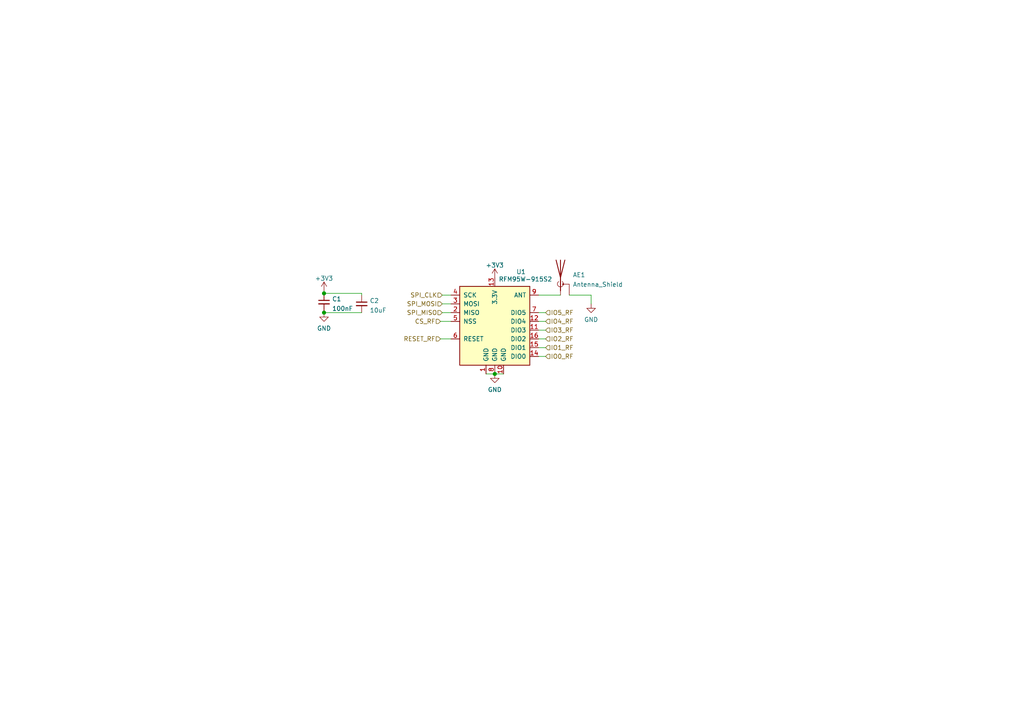
<source format=kicad_sch>
(kicad_sch (version 20211123) (generator eeschema)
  (paper "A4")
  (lib_symbols
    (symbol "Device:Antenna_Shield" (pin_numbers hide) (pin_names (offset 1.016) hide)
      (property "Reference" "AE" (at -1.905 4.445 0))
      (property "Value" "Antenna_Shield" (at -1.905 2.54 0))
      (symbol "Antenna_Shield_0_1"
        (arc (start -0.508 -1.143) (mid -0.8485 -2.1032) (end 0 -2.667))
        (arc (start 0 -2.667) (mid 0.8047 -2.0885) (end 0.508 -1.143))
        (polyline (pts (xy 0 -2.54) (xy 0 0)))
        (polyline (pts (xy 0 5.08) (xy 0 -3.81)) (stroke (width 0.254)))
        (polyline (pts (xy 0.762 -1.905) (xy 2.54 -1.905)))
        (polyline (pts (xy 2.54 -2.54) (xy 2.54 -1.905)))
        (polyline (pts (xy 1.27 5.08) (xy 0 0) (xy -1.27 5.08)) (stroke (width 0.254)))
        (circle (center 0.762 -1.905) (radius 0.1778) (fill (type outline)))
      )
      (symbol "Antenna_Shield_1_1"
        (pin input line (at 0 -5.08 90) (length 2.54) (name "A") (number "1"))
        (pin input line (at 2.54 -5.08 90) (length 2.54) (name "Shield") (number "2"))
      )
    )
    (symbol "Device:C_Small" (pin_numbers hide) (pin_names (offset 0.254) hide)
      (property "Reference" "C" (at 0.254 1.778 0))
      (property "Value" "C_Small" (at 0.254 -2.032 0))
      (symbol "C_Small_0_1"
        (polyline (pts (xy -1.524 -0.508) (xy 1.524 -0.508)) (stroke (width 0.3302)))
        (polyline (pts (xy -1.524 0.508) (xy 1.524 0.508)) (stroke (width 0.3048)))
      )
      (symbol "C_Small_1_1"
        (pin passive line (at 0 2.54 270) (length 2.032) (name "~") (number "1"))
        (pin passive line (at 0 -2.54 90) (length 2.032) (name "~") (number "2"))
      )
    )
    (symbol "RF_Module:RFM95W-915S2" (pin_names (offset 1.016))
      (property "Reference" "U" (at -10.414 11.684 0))
      (property "Value" "RFM95W-915S2" (at 1.524 11.43 0))
      (symbol "RFM95W-915S2_0_1"
        (rectangle (start -10.16 10.16) (end 10.16 -12.7) (stroke (width 0.254)) (fill (type background)))
      )
      (symbol "RFM95W-915S2_1_1"
        (pin power_in line (at -2.54 -15.24 90) (length 2.54) (name "GND") (number "1"))
        (pin power_in line (at 2.54 -15.24 90) (length 2.54) (name "GND") (number "10"))
        (pin bidirectional line (at 12.7 -2.54 180) (length 2.54) (name "DIO3") (number "11"))
        (pin bidirectional line (at 12.7 0 180) (length 2.54) (name "DIO4") (number "12"))
        (pin power_in line (at 0 12.7 270) (length 2.54) (name "3.3V") (number "13"))
        (pin bidirectional line (at 12.7 -10.16 180) (length 2.54) (name "DIO0") (number "14"))
        (pin bidirectional line (at 12.7 -7.62 180) (length 2.54) (name "DIO1") (number "15"))
        (pin bidirectional line (at 12.7 -5.08 180) (length 2.54) (name "DIO2") (number "16"))
        (pin output line (at -12.7 2.54 0) (length 2.54) (name "MISO") (number "2"))
        (pin input line (at -12.7 5.08 0) (length 2.54) (name "MOSI") (number "3"))
        (pin input line (at -12.7 7.62 0) (length 2.54) (name "SCK") (number "4"))
        (pin input line (at -12.7 0 0) (length 2.54) (name "NSS") (number "5"))
        (pin bidirectional line (at -12.7 -5.08 0) (length 2.54) (name "RESET") (number "6"))
        (pin bidirectional line (at 12.7 2.54 180) (length 2.54) (name "DIO5") (number "7"))
        (pin power_in line (at 0 -15.24 90) (length 2.54) (name "GND") (number "8"))
        (pin bidirectional line (at 12.7 7.62 180) (length 2.54) (name "ANT") (number "9"))
      )
    )
    (symbol "power:+3.3V" (power) (pin_names (offset 0))
      (property "Value" "+3.3V" (at 0 3.556 0))
      (symbol "+3.3V_0_1"
        (polyline (pts (xy -0.762 1.27) (xy 0 2.54)))
        (polyline (pts (xy 0 0) (xy 0 2.54)))
        (polyline (pts (xy 0 2.54) (xy 0.762 1.27)))
      )
      (symbol "+3.3V_1_1"
        (pin power_in line (at 0 0 90) (length 0) hide (name "+3V3") (number "1"))
      )
    )
    (symbol "power:GND" (power) (pin_names (offset 0))
      (property "Value" "GND" (at 0 -3.81 0))
      (symbol "GND_0_1"
        (polyline (pts (xy 0 0) (xy 0 -1.27) (xy 1.27 -1.27) (xy 0 -2.54) (xy -1.27 -1.27) (xy 0 -1.27)))
      )
      (symbol "GND_1_1"
        (pin power_in line (at 0 0 270) (length 0) hide (name "GND") (number "1"))
      )
    )
  )
  (junction (at 93.98 90.678) (diameter 1.016))
  (junction (at 93.98 85.09) (diameter 1.016))
  (junction (at 143.51 108.458) (diameter 1.016))
  (wire (pts (xy 127.762 98.298) (xy 130.81 98.298)))
  (wire (pts (xy 156.21 103.378) (xy 158.242 103.378)))
  (wire (pts (xy 128.27 90.678) (xy 130.81 90.678)))
  (wire (pts (xy 156.21 93.218) (xy 158.242 93.218)))
  (wire (pts (xy 93.98 85.09) (xy 104.902 85.09)))
  (wire (pts (xy 93.98 90.17) (xy 93.98 90.678)))
  (wire (pts (xy 128.27 88.138) (xy 130.81 88.138)))
  (wire (pts (xy 128.27 85.598) (xy 130.81 85.598)))
  (wire (pts (xy 156.21 85.598) (xy 162.56 85.598)))
  (wire (pts (xy 156.21 100.838) (xy 158.242 100.838)))
  (wire (pts (xy 127.762 93.218) (xy 130.81 93.218)))
  (wire (pts (xy 93.98 90.678) (xy 104.902 90.678)))
  (wire (pts (xy 104.902 85.09) (xy 104.902 85.598)))
  (wire (pts (xy 93.98 84.328) (xy 93.98 85.09)))
  (wire (pts (xy 156.21 90.678) (xy 158.242 90.678)))
  (wire (pts (xy 156.21 98.298) (xy 158.242 98.298)))
  (wire (pts (xy 156.21 95.758) (xy 158.242 95.758)))
  (wire (pts (xy 165.1 85.598) (xy 171.45 85.598)))
  (wire (pts (xy 140.97 108.458) (xy 143.51 108.458)))
  (wire (pts (xy 143.51 108.458) (xy 146.05 108.458)))
  (wire (pts (xy 171.45 85.598) (xy 171.45 88.138)))
  (hierarchical_label "SPI_CLK" (shape input) (at 128.27 85.598 180))
  (hierarchical_label "CS_RF" (shape input) (at 127.762 93.218 180))
  (hierarchical_label "IO5_RF" (shape input) (at 158.242 90.678 0))
  (hierarchical_label "IO0_RF" (shape input) (at 158.242 103.378 0))
  (hierarchical_label "IO2_RF" (shape input) (at 158.242 98.298 0))
  (hierarchical_label "SPI_MISO" (shape input) (at 128.27 90.678 180))
  (hierarchical_label "RESET_RF" (shape input) (at 127.762 98.298 180))
  (hierarchical_label "IO1_RF" (shape input) (at 158.242 100.838 0))
  (hierarchical_label "IO4_RF" (shape input) (at 158.242 93.218 0))
  (hierarchical_label "IO3_RF" (shape input) (at 158.242 95.758 0))
  (hierarchical_label "SPI_MOSI" (shape input) (at 128.27 88.138 180))
  (symbol (lib_id "RF_Module:RFM95W-915S2") (at 143.51 93.218 0) (unit 1)
    (property "Reference" "U1" (at 151.13 78.8374 0))
    (property "Value" "RFM95W-915S2" (at 152.4 80.9775 0))
    (property "Footprint" "RF_Module:HOPERF_RFM9XW_SMD" (effects hide))
    (property "Datasheet" "https://www.hoperf.com/data/upload/portal/20181127/5bfcbea20e9ef.pdf" (effects hide))
  )
  (symbol (lib_id "power:GND") (at 171.45 88.138 0) (unit 1)
    (property "Reference" "#PWR0101" (effects hide))
    (property "Value" "GND" (at 171.45 92.7006 0))
  )
  (symbol (lib_id "Device:Antenna_Shield") (at 162.56 80.518 0) (unit 1)
    (property "Reference" "AE1" (at 166.1161 79.7365 0) (effects (justify left)))
    (property "Value" "Antenna_Shield" (at 166.1161 82.5116 0) (effects (justify left)))
    (property "Footprint" "Connector_Coaxial:SMA_Amphenol_132289_EdgeMount" (effects hide))
    (property "LCSC" "C496550" (effects hide))
  )
  (symbol (lib_id "power:+3.3V") (at 143.51 80.518 0) (unit 1)
    (property "Reference" "#PWR0103" (effects hide))
    (property "Value" "+3.3V" (at 143.51 76.9422 0))
  )
  (symbol (lib_id "Device:C_Small") (at 93.98 87.63 0) (unit 1)
    (property "Reference" "C1" (at 96.3042 86.7215 0) (effects (justify left)))
    (property "Value" "100nF" (at 96.3042 89.4966 0) (effects (justify left)))
    (property "Footprint" "Capacitor_SMD:C_0603_1608Metric_Pad1.08x0.95mm_HandSolder" (effects hide))
  )
  (symbol (lib_id "power:GND") (at 93.98 90.678 0) (unit 1)
    (property "Reference" "#PWR0104" (effects hide))
    (property "Value" "GND" (at 93.98 95.2406 0))
  )
  (symbol (lib_id "power:+3.3V") (at 93.98 84.328 0) (unit 1)
    (property "Reference" "#PWR0105" (effects hide))
    (property "Value" "+3.3V" (at 93.98 80.7522 0))
  )
  (symbol (lib_id "Device:C_Small") (at 104.902 88.138 0) (unit 1)
    (property "Reference" "C2" (at 107.2262 87.2295 0) (effects (justify left)))
    (property "Value" "10uF" (at 107.2262 90.0046 0) (effects (justify left)))
    (property "Footprint" "Capacitor_SMD:C_0603_1608Metric_Pad1.08x0.95mm_HandSolder" (effects hide))
  )
  (symbol (lib_id "power:GND") (at 143.51 108.458 0) (unit 1)
    (property "Reference" "#PWR0102" (effects hide))
    (property "Value" "GND" (at 143.51 113.0206 0))
  )
)
</source>
